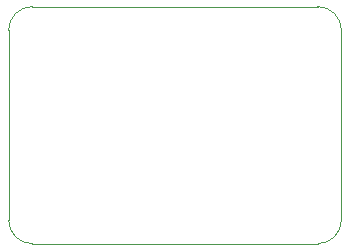
<source format=gko>
%TF.GenerationSoftware,KiCad,Pcbnew,8.0.3*%
%TF.CreationDate,2024-08-11T06:13:30+12:00*%
%TF.ProjectId,soic-8,736f6963-2d38-42e6-9b69-6361645f7063,rev?*%
%TF.SameCoordinates,Original*%
%TF.FileFunction,Profile,NP*%
%FSLAX46Y46*%
G04 Gerber Fmt 4.6, Leading zero omitted, Abs format (unit mm)*
G04 Created by KiCad (PCBNEW 8.0.3) date 2024-08-11 06:13:30*
%MOMM*%
%LPD*%
G01*
G04 APERTURE LIST*
%TA.AperFunction,Profile*%
%ADD10C,0.050000*%
%TD*%
G04 APERTURE END LIST*
D10*
X87914214Y-102085786D02*
G75*
G02*
X85914214Y-100085786I-14J1999986D01*
G01*
X112085786Y-82000000D02*
G75*
G02*
X114085800Y-84000000I14J-2000000D01*
G01*
X87914214Y-82000000D02*
X112085786Y-82000000D01*
X112085786Y-102085786D02*
X87914214Y-102085786D01*
X85914214Y-100085786D02*
X85914214Y-84000000D01*
X114085786Y-100085786D02*
G75*
G02*
X112085786Y-102085786I-1999986J-14D01*
G01*
X114085786Y-84000000D02*
X114085786Y-100085786D01*
X85914214Y-84000000D02*
G75*
G02*
X87914214Y-82000014I1999986J0D01*
G01*
M02*

</source>
